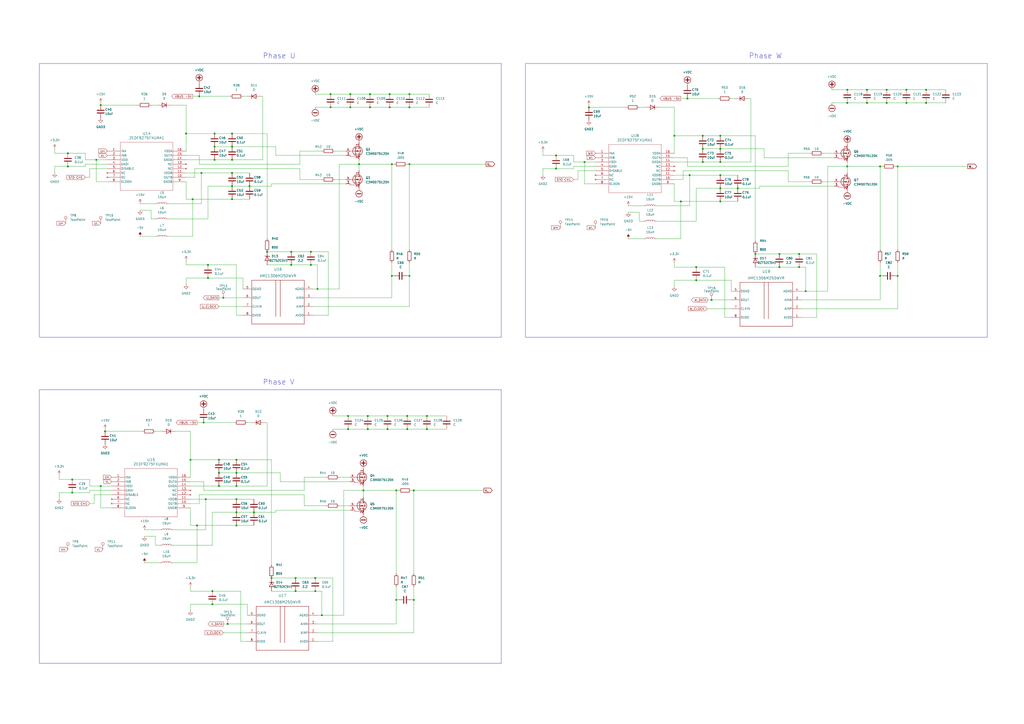
<source format=kicad_sch>
(kicad_sch (version 20231120) (generator "eeschema") (generator_version "8.0")
  (paper "A2")
  (junction (at 213.36 248.92))
  (junction (at 510.54 96.52))
  (junction (at 129.54 172.72))
  (junction (at 403.86 154.94))
  (junction (at 182.88 335.28))
  (junction (at 491.49 96.52))
  (junction (at 537.21 59.69))
  (junction (at 525.78 52.07))
  (junction (at 339.09 93.98))
  (junction (at 417.83 109.22))
  (junction (at 391.16 78.74))
  (junction (at 184.15 167.64))
  (junction (at 137.16 266.7))
  (junction (at 144.78 107.95))
  (junction (at 398.78 57.15))
  (junction (at 120.65 161.29))
  (junction (at 520.7 160.02))
  (junction (at 134.62 77.47))
  (junction (at 114.3 304.8))
  (junction (at 39.37 88.9))
  (junction (at 124.46 85.09))
  (junction (at 236.22 248.92))
  (junction (at 134.62 92.71))
  (junction (at 41.91 285.75))
  (junction (at 124.46 77.47))
  (junction (at 119.38 289.56))
  (junction (at 201.93 248.92))
  (junction (at 41.91 278.13))
  (junction (at 394.97 116.84))
  (junction (at 227.33 160.02))
  (junction (at 116.84 100.33))
  (junction (at 137.16 297.18))
  (junction (at 186.69 356.87))
  (junction (at 137.16 304.8))
  (junction (at 229.87 347.98))
  (junction (at 407.67 93.98))
  (junction (at 157.48 335.28))
  (junction (at 407.67 86.36))
  (junction (at 154.94 146.05))
  (junction (at 147.32 297.18))
  (junction (at 191.77 54.61))
  (junction (at 120.65 153.67))
  (junction (at 467.36 168.91))
  (junction (at 491.49 52.07))
  (junction (at 201.93 241.3))
  (junction (at 111.76 115.57))
  (junction (at 237.49 95.25))
  (junction (at 341.63 62.23))
  (junction (at 213.36 241.3))
  (junction (at 60.96 250.19))
  (junction (at 180.34 153.67))
  (junction (at 134.62 115.57))
  (junction (at 171.45 342.9))
  (junction (at 224.79 241.3))
  (junction (at 510.54 160.02))
  (junction (at 417.83 116.84))
  (junction (at 123.19 342.9))
  (junction (at 134.62 85.09))
  (junction (at 452.12 147.32))
  (junction (at 118.11 245.11))
  (junction (at 208.28 95.25))
  (junction (at 137.16 281.94))
  (junction (at 180.34 146.05))
  (junction (at 514.35 52.07))
  (junction (at 58.42 281.94))
  (junction (at 417.83 101.6))
  (junction (at 322.58 97.79))
  (junction (at 39.37 96.52))
  (junction (at 203.2 54.61))
  (junction (at 403.86 162.56))
  (junction (at 452.12 154.94))
  (junction (at 191.77 62.23))
  (junction (at 137.16 289.56))
  (junction (at 127 281.94))
  (junction (at 237.49 54.61))
  (junction (at 514.35 59.69))
  (junction (at 203.2 62.23))
  (junction (at 107.95 77.47))
  (junction (at 58.42 60.96))
  (junction (at 110.49 266.7))
  (junction (at 132.08 361.95))
  (junction (at 171.45 335.28))
  (junction (at 417.83 93.98))
  (junction (at 134.62 100.33))
  (junction (at 525.78 59.69))
  (junction (at 229.87 284.48))
  (junction (at 168.91 146.05))
  (junction (at 214.63 54.61))
  (junction (at 55.88 92.71))
  (junction (at 438.15 147.32))
  (junction (at 210.82 284.48))
  (junction (at 247.65 241.3))
  (junction (at 322.58 90.17))
  (junction (at 537.21 52.07))
  (junction (at 182.88 342.9))
  (junction (at 463.55 154.94))
  (junction (at 115.57 55.88))
  (junction (at 226.06 54.61))
  (junction (at 520.7 96.52))
  (junction (at 240.03 347.98))
  (junction (at 427.99 109.22))
  (junction (at 224.79 248.92))
  (junction (at 123.19 350.52))
  (junction (at 137.16 274.32))
  (junction (at 236.22 241.3))
  (junction (at 240.03 284.48))
  (junction (at 417.83 86.36))
  (junction (at 134.62 107.95))
  (junction (at 463.55 147.32))
  (junction (at 124.46 92.71))
  (junction (at 491.49 59.69))
  (junction (at 226.06 62.23))
  (junction (at 127 266.7))
  (junction (at 168.91 153.67))
  (junction (at 417.83 78.74))
  (junction (at 502.92 52.07))
  (junction (at 214.63 62.23))
  (junction (at 407.67 78.74))
  (junction (at 247.65 248.92))
  (junction (at 227.33 95.25))
  (junction (at 237.49 62.23))
  (junction (at 400.05 101.6))
  (junction (at 502.92 59.69))
  (junction (at 237.49 160.02))
  (junction (at 412.75 173.99))
  (junction (at 127 274.32))
  (wire (pts (xy 394.97 57.15) (xy 398.78 57.15)))
  (wire (pts (xy 137.16 297.18) (xy 147.32 297.18)))
  (wire (pts (xy 129.54 367.03) (xy 143.51 367.03)))
  (wire (pts (xy 157.48 266.7) (xy 157.48 327.66)))
  (wire (pts (xy 510.54 173.99) (xy 510.54 160.02)))
  (wire (pts (xy 213.36 248.92) (xy 224.79 248.92)))
  (wire (pts (xy 210.82 281.94) (xy 210.82 284.48)))
  (wire (pts (xy 162.56 274.32) (xy 137.16 274.32)))
  (wire (pts (xy 247.65 241.3) (xy 259.08 241.3)))
  (wire (pts (xy 229.87 347.98) (xy 229.87 340.36)))
  (wire (pts (xy 52.07 102.87) (xy 52.07 97.79)))
  (wire (pts (xy 120.65 161.29) (xy 140.97 161.29)))
  (wire (pts (xy 237.49 152.4) (xy 237.49 160.02)))
  (wire (pts (xy 110.49 292.1) (xy 115.57 292.1)))
  (wire (pts (xy 236.22 241.3) (xy 247.65 241.3)))
  (wire (pts (xy 240.03 347.98) (xy 240.03 367.03)))
  (wire (pts (xy 391.16 101.6) (xy 400.05 101.6)))
  (wire (pts (xy 123.19 316.23) (xy 123.19 297.18)))
  (wire (pts (xy 153.67 245.11) (xy 154.94 245.11)))
  (wire (pts (xy 181.61 167.64) (xy 184.15 167.64)))
  (wire (pts (xy 370.84 128.27) (xy 373.38 128.27)))
  (wire (pts (xy 464.82 173.99) (xy 510.54 173.99)))
  (wire (pts (xy 137.16 274.32) (xy 127 274.32)))
  (wire (pts (xy 52.07 278.13) (xy 41.91 278.13)))
  (wire (pts (xy 160.02 85.09) (xy 134.62 85.09)))
  (wire (pts (xy 210.82 284.48) (xy 229.87 284.48)))
  (wire (pts (xy 240.03 340.36) (xy 240.03 347.98)))
  (wire (pts (xy 184.15 167.64) (xy 196.85 167.64)))
  (wire (pts (xy 182.88 62.23) (xy 191.77 62.23)))
  (wire (pts (xy 116.84 100.33) (xy 134.62 100.33)))
  (wire (pts (xy 391.16 116.84) (xy 394.97 116.84)))
  (wire (pts (xy 137.16 182.88) (xy 137.16 153.67)))
  (wire (pts (xy 97.79 127) (xy 120.65 127)))
  (wire (pts (xy 314.96 87.63) (xy 314.96 90.17)))
  (wire (pts (xy 247.65 248.92) (xy 259.08 248.92)))
  (wire (pts (xy 120.65 107.95) (xy 134.62 107.95)))
  (wire (pts (xy 157.48 266.7) (xy 137.16 266.7)))
  (wire (pts (xy 440.69 107.95) (xy 483.87 107.95)))
  (wire (pts (xy 116.84 118.11) (xy 116.84 100.33)))
  (wire (pts (xy 332.74 97.79) (xy 322.58 97.79)))
  (wire (pts (xy 213.36 241.3) (xy 224.79 241.3)))
  (wire (pts (xy 107.95 153.67) (xy 120.65 153.67)))
  (wire (pts (xy 407.67 78.74) (xy 417.83 78.74)))
  (wire (pts (xy 519.43 160.02) (xy 520.7 160.02)))
  (wire (pts (xy 107.95 151.13) (xy 107.95 153.67)))
  (wire (pts (xy 171.45 335.28) (xy 157.48 335.28)))
  (wire (pts (xy 229.87 284.48) (xy 231.14 284.48)))
  (wire (pts (xy 41.91 285.75) (xy 34.29 285.75)))
  (wire (pts (xy 107.95 92.71) (xy 124.46 92.71)))
  (wire (pts (xy 457.2 99.06) (xy 457.2 105.41)))
  (wire (pts (xy 339.09 106.68) (xy 339.09 93.98)))
  (wire (pts (xy 101.6 250.19) (xy 110.49 250.19)))
  (wire (pts (xy 398.78 57.15) (xy 416.56 57.15)))
  (wire (pts (xy 194.31 87.63) (xy 200.66 87.63)))
  (wire (pts (xy 477.52 88.9) (xy 483.87 88.9)))
  (wire (pts (xy 332.74 93.98) (xy 332.74 90.17)))
  (wire (pts (xy 184.15 153.67) (xy 184.15 167.64)))
  (wire (pts (xy 54.61 287.02) (xy 64.77 287.02)))
  (wire (pts (xy 147.32 297.18) (xy 160.02 297.18)))
  (wire (pts (xy 143.51 356.87) (xy 143.51 350.52)))
  (wire (pts (xy 157.48 342.9) (xy 171.45 342.9)))
  (wire (pts (xy 410.21 179.07) (xy 424.18 179.07)))
  (wire (pts (xy 520.7 152.4) (xy 520.7 160.02)))
  (wire (pts (xy 434.34 57.15) (xy 435.61 57.15)))
  (wire (pts (xy 157.48 107.95) (xy 157.48 106.68)))
  (wire (pts (xy 154.94 153.67) (xy 168.91 153.67)))
  (wire (pts (xy 154.94 77.47) (xy 134.62 77.47)))
  (wire (pts (xy 238.76 347.98) (xy 240.03 347.98)))
  (wire (pts (xy 171.45 335.28) (xy 182.88 335.28)))
  (wire (pts (xy 464.82 184.15) (xy 473.71 184.15)))
  (wire (pts (xy 537.21 59.69) (xy 548.64 59.69)))
  (wire (pts (xy 107.95 90.17) (xy 115.57 90.17)))
  (wire (pts (xy 151.13 55.88) (xy 152.4 55.88)))
  (wire (pts (xy 90.17 316.23) (xy 92.71 316.23)))
  (wire (pts (xy 107.95 161.29) (xy 107.95 165.1)))
  (wire (pts (xy 100.33 316.23) (xy 123.19 316.23)))
  (wire (pts (xy 113.03 97.79) (xy 173.99 97.79)))
  (wire (pts (xy 171.45 342.9) (xy 182.88 342.9)))
  (wire (pts (xy 115.57 287.02) (xy 176.53 287.02)))
  (wire (pts (xy 62.23 92.71) (xy 55.88 92.71)))
  (wire (pts (xy 525.78 52.07) (xy 537.21 52.07)))
  (wire (pts (xy 391.16 88.9) (xy 391.16 78.74)))
  (wire (pts (xy 537.21 52.07) (xy 548.64 52.07)))
  (wire (pts (xy 49.53 92.71) (xy 49.53 88.9)))
  (wire (pts (xy 115.57 55.88) (xy 133.35 55.88)))
  (wire (pts (xy 111.76 115.57) (xy 111.76 137.16)))
  (wire (pts (xy 237.49 95.25) (xy 237.49 144.78)))
  (wire (pts (xy 118.11 245.11) (xy 135.89 245.11)))
  (wire (pts (xy 391.16 93.98) (xy 407.67 93.98)))
  (wire (pts (xy 107.95 115.57) (xy 111.76 115.57)))
  (wire (pts (xy 115.57 95.25) (xy 173.99 95.25)))
  (wire (pts (xy 58.42 60.96) (xy 80.01 60.96)))
  (wire (pts (xy 407.67 93.98) (xy 417.83 93.98)))
  (wire (pts (xy 160.02 90.17) (xy 200.66 90.17)))
  (wire (pts (xy 31.75 88.9) (xy 39.37 88.9)))
  (wire (pts (xy 237.49 95.25) (xy 281.94 95.25)))
  (wire (pts (xy 240.03 284.48) (xy 240.03 332.74)))
  (wire (pts (xy 83.82 307.34) (xy 92.71 307.34)))
  (wire (pts (xy 227.33 95.25) (xy 228.6 95.25)))
  (wire (pts (xy 473.71 147.32) (xy 463.55 147.32)))
  (wire (pts (xy 190.5 146.05) (xy 190.5 182.88)))
  (wire (pts (xy 58.42 59.69) (xy 58.42 60.96)))
  (wire (pts (xy 214.63 62.23) (xy 226.06 62.23)))
  (wire (pts (xy 208.28 92.71) (xy 208.28 95.25)))
  (wire (pts (xy 502.92 52.07) (xy 514.35 52.07)))
  (wire (pts (xy 49.53 88.9) (xy 39.37 88.9)))
  (wire (pts (xy 173.99 87.63) (xy 186.69 87.63)))
  (wire (pts (xy 184.15 356.87) (xy 186.69 356.87)))
  (wire (pts (xy 114.3 245.11) (xy 118.11 245.11)))
  (wire (pts (xy 52.07 292.1) (xy 54.61 292.1)))
  (wire (pts (xy 87.63 127) (xy 87.63 121.92)))
  (wire (pts (xy 391.16 162.56) (xy 391.16 166.37)))
  (wire (pts (xy 196.85 95.25) (xy 208.28 95.25)))
  (wire (pts (xy 438.15 154.94) (xy 452.12 154.94)))
  (wire (pts (xy 208.28 95.25) (xy 227.33 95.25)))
  (wire (pts (xy 427.99 109.22) (xy 440.69 109.22)))
  (wire (pts (xy 322.58 97.79) (xy 314.96 97.79)))
  (wire (pts (xy 162.56 279.4) (xy 203.2 279.4)))
  (wire (pts (xy 452.12 147.32) (xy 438.15 147.32)))
  (wire (pts (xy 341.63 60.96) (xy 341.63 62.23)))
  (wire (pts (xy 110.49 350.52) (xy 110.49 354.33)))
  (wire (pts (xy 182.88 54.61) (xy 191.77 54.61)))
  (wire (pts (xy 345.44 106.68) (xy 339.09 106.68)))
  (wire (pts (xy 443.23 91.44) (xy 443.23 86.36)))
  (wire (pts (xy 345.44 96.52) (xy 332.74 96.52)))
  (wire (pts (xy 236.22 160.02) (xy 237.49 160.02)))
  (wire (pts (xy 201.93 248.92) (xy 213.36 248.92)))
  (wire (pts (xy 502.92 59.69) (xy 514.35 59.69)))
  (wire (pts (xy 370.84 62.23) (xy 374.65 62.23)))
  (wire (pts (xy 55.88 105.41) (xy 55.88 92.71)))
  (wire (pts (xy 173.99 104.14) (xy 186.69 104.14)))
  (wire (pts (xy 237.49 160.02) (xy 237.49 177.8)))
  (wire (pts (xy 520.7 96.52) (xy 520.7 144.78)))
  (wire (pts (xy 193.04 335.28) (xy 182.88 335.28)))
  (wire (pts (xy 396.24 99.06) (xy 457.2 99.06)))
  (wire (pts (xy 168.91 146.05) (xy 154.94 146.05)))
  (wire (pts (xy 123.19 297.18) (xy 137.16 297.18)))
  (wire (pts (xy 107.95 102.87) (xy 113.03 102.87)))
  (wire (pts (xy 110.49 281.94) (xy 127 281.94)))
  (wire (pts (xy 120.65 153.67) (xy 137.16 153.67)))
  (wire (pts (xy 107.95 60.96) (xy 107.95 77.47)))
  (wire (pts (xy 31.75 86.36) (xy 31.75 88.9)))
  (wire (pts (xy 391.16 78.74) (xy 407.67 78.74)))
  (wire (pts (xy 457.2 88.9) (xy 469.9 88.9)))
  (wire (pts (xy 210.82 284.48) (xy 210.82 288.29)))
  (wire (pts (xy 420.37 184.15) (xy 420.37 154.94)))
  (wire (pts (xy 127 172.72) (xy 129.54 172.72)))
  (wire (pts (xy 196.85 167.64) (xy 196.85 95.25)))
  (wire (pts (xy 180.34 153.67) (xy 184.15 153.67)))
  (wire (pts (xy 417.83 101.6) (xy 427.99 101.6)))
  (wire (pts (xy 118.11 284.48) (xy 176.53 284.48)))
  (wire (pts (xy 226.06 62.23) (xy 237.49 62.23)))
  (wire (pts (xy 134.62 100.33) (xy 144.78 100.33)))
  (wire (pts (xy 452.12 154.94) (xy 463.55 154.94)))
  (wire (pts (xy 168.91 153.67) (xy 180.34 153.67)))
  (wire (pts (xy 184.15 367.03) (xy 240.03 367.03)))
  (wire (pts (xy 314.96 90.17) (xy 322.58 90.17)))
  (wire (pts (xy 335.28 104.14) (xy 335.28 99.06)))
  (wire (pts (xy 139.7 372.11) (xy 139.7 342.9)))
  (wire (pts (xy 510.54 160.02) (xy 511.81 160.02)))
  (wire (pts (xy 144.78 107.95) (xy 157.48 107.95)))
  (wire (pts (xy 237.49 54.61) (xy 248.92 54.61)))
  (wire (pts (xy 435.61 57.15) (xy 435.61 93.98)))
  (wire (pts (xy 152.4 92.71) (xy 134.62 92.71)))
  (wire (pts (xy 114.3 304.8) (xy 114.3 326.39)))
  (wire (pts (xy 111.76 55.88) (xy 115.57 55.88)))
  (wire (pts (xy 391.16 152.4) (xy 391.16 154.94)))
  (wire (pts (xy 199.39 284.48) (xy 210.82 284.48)))
  (wire (pts (xy 199.39 356.87) (xy 199.39 284.48)))
  (wire (pts (xy 314.96 97.79) (xy 314.96 101.6)))
  (wire (pts (xy 332.74 90.17) (xy 322.58 90.17)))
  (wire (pts (xy 113.03 102.87) (xy 113.03 97.79)))
  (wire (pts (xy 398.78 91.44) (xy 398.78 96.52)))
  (wire (pts (xy 229.87 361.95) (xy 229.87 347.98)))
  (wire (pts (xy 87.63 127) (xy 90.17 127)))
  (wire (pts (xy 236.22 248.92) (xy 247.65 248.92)))
  (wire (pts (xy 398.78 96.52) (xy 457.2 96.52)))
  (wire (pts (xy 514.35 52.07) (xy 525.78 52.07)))
  (wire (pts (xy 186.69 356.87) (xy 199.39 356.87)))
  (wire (pts (xy 480.06 96.52) (xy 491.49 96.52)))
  (wire (pts (xy 143.51 245.11) (xy 146.05 245.11)))
  (wire (pts (xy 424.18 184.15) (xy 420.37 184.15)))
  (wire (pts (xy 134.62 115.57) (xy 144.78 115.57)))
  (wire (pts (xy 90.17 311.15) (xy 83.82 311.15)))
  (wire (pts (xy 190.5 146.05) (xy 180.34 146.05)))
  (wire (pts (xy 391.16 154.94) (xy 403.86 154.94)))
  (wire (pts (xy 110.49 276.86) (xy 110.49 266.7)))
  (wire (pts (xy 137.16 289.56) (xy 147.32 289.56)))
  (wire (pts (xy 134.62 107.95) (xy 144.78 107.95)))
  (wire (pts (xy 107.95 87.63) (xy 107.95 77.47)))
  (wire (pts (xy 157.48 106.68) (xy 200.66 106.68)))
  (wire (pts (xy 52.07 285.75) (xy 41.91 285.75)))
  (wire (pts (xy 181.61 182.88) (xy 190.5 182.88)))
  (wire (pts (xy 482.6 59.69) (xy 491.49 59.69)))
  (wire (pts (xy 491.49 59.69) (xy 502.92 59.69)))
  (wire (pts (xy 176.53 287.02) (xy 176.53 293.37)))
  (wire (pts (xy 510.54 96.52) (xy 511.81 96.52)))
  (wire (pts (xy 119.38 307.34) (xy 119.38 289.56)))
  (wire (pts (xy 394.97 116.84) (xy 417.83 116.84)))
  (wire (pts (xy 60.96 248.92) (xy 60.96 250.19)))
  (wire (pts (xy 49.53 102.87) (xy 52.07 102.87)))
  (wire (pts (xy 100.33 326.39) (xy 114.3 326.39)))
  (wire (pts (xy 110.49 350.52) (xy 123.19 350.52)))
  (wire (pts (xy 203.2 62.23) (xy 214.63 62.23)))
  (wire (pts (xy 410.21 173.99) (xy 412.75 173.99)))
  (wire (pts (xy 464.82 168.91) (xy 467.36 168.91)))
  (wire (pts (xy 152.4 55.88) (xy 152.4 92.71)))
  (wire (pts (xy 381 128.27) (xy 403.86 128.27)))
  (wire (pts (xy 134.62 85.09) (xy 124.46 85.09)))
  (wire (pts (xy 62.23 95.25) (xy 49.53 95.25)))
  (wire (pts (xy 332.74 96.52) (xy 332.74 97.79)))
  (wire (pts (xy 203.2 54.61) (xy 214.63 54.61)))
  (wire (pts (xy 60.96 250.19) (xy 82.55 250.19)))
  (wire (pts (xy 97.79 118.11) (xy 116.84 118.11)))
  (wire (pts (xy 382.27 62.23) (xy 391.16 62.23)))
  (wire (pts (xy 111.76 115.57) (xy 134.62 115.57)))
  (wire (pts (xy 55.88 92.71) (xy 49.53 92.71)))
  (wire (pts (xy 403.86 128.27) (xy 403.86 109.22)))
  (wire (pts (xy 364.49 138.43) (xy 373.38 138.43)))
  (wire (pts (xy 64.77 294.64) (xy 58.42 294.64)))
  (wire (pts (xy 196.85 276.86) (xy 203.2 276.86)))
  (wire (pts (xy 400.05 119.38) (xy 400.05 101.6)))
  (wire (pts (xy 173.99 97.79) (xy 173.99 104.14)))
  (wire (pts (xy 452.12 147.32) (xy 463.55 147.32)))
  (wire (pts (xy 173.99 95.25) (xy 173.99 87.63)))
  (wire (pts (xy 417.83 116.84) (xy 427.99 116.84)))
  (wire (pts (xy 345.44 93.98) (xy 339.09 93.98)))
  (wire (pts (xy 227.33 160.02) (xy 227.33 152.4)))
  (wire (pts (xy 391.16 91.44) (xy 398.78 91.44)))
  (wire (pts (xy 123.19 342.9) (xy 139.7 342.9)))
  (wire (pts (xy 114.3 304.8) (xy 137.16 304.8)))
  (wire (pts (xy 403.86 154.94) (xy 420.37 154.94)))
  (wire (pts (xy 100.33 307.34) (xy 119.38 307.34)))
  (wire (pts (xy 226.06 54.61) (xy 237.49 54.61)))
  (wire (pts (xy 229.87 347.98) (xy 231.14 347.98)))
  (wire (pts (xy 370.84 123.19) (xy 364.49 123.19)))
  (wire (pts (xy 464.82 179.07) (xy 520.7 179.07)))
  (wire (pts (xy 181.61 177.8) (xy 237.49 177.8)))
  (wire (pts (xy 90.17 316.23) (xy 90.17 311.15)))
  (wire (pts (xy 525.78 59.69) (xy 537.21 59.69)))
  (wire (pts (xy 52.07 97.79) (xy 62.23 97.79)))
  (wire (pts (xy 87.63 121.92) (xy 81.28 121.92)))
  (wire (pts (xy 58.42 294.64) (xy 58.42 281.94)))
  (wire (pts (xy 90.17 250.19) (xy 93.98 250.19)))
  (wire (pts (xy 110.49 342.9) (xy 123.19 342.9)))
  (wire (pts (xy 58.42 281.94) (xy 52.07 281.94)))
  (wire (pts (xy 227.33 95.25) (xy 227.33 144.78)))
  (wire (pts (xy 39.37 96.52) (xy 31.75 96.52)))
  (wire (pts (xy 127 281.94) (xy 137.16 281.94)))
  (wire (pts (xy 440.69 109.22) (xy 440.69 107.95)))
  (wire (pts (xy 34.29 275.59) (xy 34.29 278.13)))
  (wire (pts (xy 110.49 340.36) (xy 110.49 342.9)))
  (wire (pts (xy 83.82 326.39) (xy 92.71 326.39)))
  (wire (pts (xy 64.77 284.48) (xy 52.07 284.48)))
  (wire (pts (xy 391.16 104.14) (xy 396.24 104.14)))
  (wire (pts (xy 49.53 96.52) (xy 39.37 96.52)))
  (wire (pts (xy 81.28 137.16) (xy 90.17 137.16)))
  (wire (pts (xy 168.91 146.05) (xy 180.34 146.05)))
  (wire (pts (xy 154.94 281.94) (xy 137.16 281.94)))
  (wire (pts (xy 140.97 182.88) (xy 137.16 182.88)))
  (wire (pts (xy 124.46 77.47) (xy 134.62 77.47)))
  (wire (pts (xy 191.77 62.23) (xy 203.2 62.23)))
  (wire (pts (xy 140.97 167.64) (xy 140.97 161.29)))
  (wire (pts (xy 107.95 100.33) (xy 116.84 100.33)))
  (wire (pts (xy 520.7 160.02) (xy 520.7 179.07)))
  (wire (pts (xy 184.15 372.11) (xy 193.04 372.11)))
  (wire (pts (xy 403.86 162.56) (xy 424.18 162.56)))
  (wire (pts (xy 160.02 90.17) (xy 160.02 85.09)))
  (wire (pts (xy 391.16 162.56) (xy 403.86 162.56)))
  (wire (pts (xy 438.15 78.74) (xy 438.15 139.7)))
  (wire (pts (xy 491.49 96.52) (xy 510.54 96.52)))
  (wire (pts (xy 412.75 173.99) (xy 424.18 173.99)))
  (wire (pts (xy 160.02 297.18) (xy 160.02 295.91)))
  (wire (pts (xy 443.23 86.36) (xy 417.83 86.36)))
  (wire (pts (xy 115.57 292.1) (xy 115.57 287.02)))
  (wire (pts (xy 519.43 96.52) (xy 520.7 96.52)))
  (wire (pts (xy 403.86 109.22) (xy 417.83 109.22)))
  (wire (pts (xy 123.19 350.52) (xy 143.51 350.52)))
  (wire (pts (xy 196.85 293.37) (xy 203.2 293.37)))
  (wire (pts (xy 224.79 248.92) (xy 236.22 248.92)))
  (wire (pts (xy 127 266.7) (xy 137.16 266.7)))
  (wire (pts (xy 162.56 279.4) (xy 162.56 274.32)))
  (wire (pts (xy 62.23 105.41) (xy 55.88 105.41)))
  (wire (pts (xy 229.87 332.74) (xy 229.87 284.48)))
  (wire (pts (xy 208.28 95.25) (xy 208.28 99.06)))
  (wire (pts (xy 193.04 241.3) (xy 201.93 241.3)))
  (wire (pts (xy 381 138.43) (xy 394.97 138.43)))
  (wire (pts (xy 176.53 276.86) (xy 189.23 276.86)))
  (wire (pts (xy 491.49 52.07) (xy 502.92 52.07)))
  (wire (pts (xy 391.16 106.68) (xy 391.16 116.84)))
  (wire (pts (xy 181.61 172.72) (xy 227.33 172.72)))
  (wire (pts (xy 31.75 96.52) (xy 31.75 100.33)))
  (wire (pts (xy 236.22 95.25) (xy 237.49 95.25)))
  (wire (pts (xy 118.11 279.4) (xy 118.11 284.48)))
  (wire (pts (xy 110.49 294.64) (xy 110.49 304.8)))
  (wire (pts (xy 463.55 154.94) (xy 467.36 154.94)))
  (wire (pts (xy 224.79 241.3) (xy 236.22 241.3)))
  (wire (pts (xy 110.49 266.7) (xy 127 266.7)))
  (wire (pts (xy 364.49 119.38) (xy 373.38 119.38)))
  (wire (pts (xy 514.35 59.69) (xy 525.78 59.69)))
  (wire (pts (xy 370.84 128.27) (xy 370.84 123.19)))
  (wire (pts (xy 107.95 105.41) (xy 107.95 115.57)))
  (wire (pts (xy 480.06 168.91) (xy 480.06 96.52)))
  (wire (pts (xy 332.74 104.14) (xy 335.28 104.14)))
  (wire (pts (xy 184.15 361.95) (xy 229.87 361.95)))
  (wire (pts (xy 132.08 361.95) (xy 143.51 361.95)))
  (wire (pts (xy 34.29 285.75) (xy 34.29 289.56)))
  (wire (pts (xy 129.54 361.95) (xy 132.08 361.95)))
  (wire (pts (xy 110.49 289.56) (xy 119.38 289.56)))
  (wire (pts (xy 443.23 91.44) (xy 483.87 91.44)))
  (wire (pts (xy 457.2 96.52) (xy 457.2 88.9)))
  (wire (pts (xy 140.97 55.88) (xy 143.51 55.88)))
  (wire (pts (xy 191.77 54.61) (xy 203.2 54.61)))
  (wire (pts (xy 341.63 62.23) (xy 363.22 62.23)))
  (wire (pts (xy 182.88 342.9) (xy 186.69 342.9)))
  (wire (pts (xy 193.04 335.28) (xy 193.04 372.11)))
  (wire (pts (xy 186.69 342.9) (xy 186.69 356.87)))
  (wire (pts (xy 467.36 168.91) (xy 480.06 168.91)))
  (wire (pts (xy 482.6 52.07) (xy 491.49 52.07)))
  (wire (pts (xy 520.7 96.52) (xy 561.34 96.52)))
  (wire (pts (xy 52.07 284.48) (xy 52.07 285.75)))
  (wire (pts (xy 400.05 101.6) (xy 417.83 101.6)))
  (wire (pts (xy 143.51 372.11) (xy 139.7 372.11)))
  (wire (pts (xy 424.18 57.15) (xy 426.72 57.15)))
  (wire (pts (xy 193.04 248.92) (xy 201.93 248.92)))
  (wire (pts (xy 97.79 137.16) (xy 111.76 137.16)))
  (wire (pts (xy 119.38 289.56) (xy 137.16 289.56)))
  (wire (pts (xy 396.24 104.14) (xy 396.24 99.06)))
  (wire (pts (xy 81.28 118.11) (xy 90.17 118.11)))
  (wire (pts (xy 391.16 62.23) (xy 391.16 78.74)))
  (wire (pts (xy 227.33 160.02) (xy 228.6 160.02)))
  (wire (pts (xy 201.93 241.3) (xy 213.36 241.3)))
  (wire (pts (xy 120.65 127) (xy 120.65 107.95)))
  (wire (pts (xy 491.49 93.98) (xy 491.49 96.52)))
  (wire (pts (xy 339.09 93.98) (xy 332.74 93.98)))
  (wire (pts (xy 435.61 93.98) (xy 417.83 93.98)))
  (wire (pts (xy 137.16 304.8) (xy 147.32 304.8)))
  (wire (pts (xy 194.31 104.14) (xy 200.66 104.14)))
  (wire (pts (xy 154.94 77.47) (xy 154.94 138.43)))
  (wire (pts (xy 52.07 281.94) (xy 52.07 278.13)))
  (wire (pts (xy 417.83 86.36) (xy 407.67 86.36)))
  (wire (pts (xy 491.49 96.52) (xy 491.49 100.33)))
  (wire (pts (xy 457.2 105.41) (xy 469.9 105.41)))
  (wire (pts (xy 107.95 161.29) (xy 120.65 161.29)))
  (wire (pts (xy 417.83 109.22) (xy 427.99 109.22)))
  (wire (pts (xy 99.06 60.96) (xy 107.95 60.96)))
  (wire (pts (xy 381 119.38) (xy 400.05 119.38)))
  (wire (pts (xy 49.53 95.25) (xy 49.53 96.52)))
  (wire (pts (xy 115.57 90.17) (xy 115.57 95.25)))
  (wire (pts (xy 237.49 62.23) (xy 248.92 62.23)))
  (wire (pts (xy 238.76 284.48) (xy 240.03 284.48)))
  (wire (pts (xy 394.97 116.84) (xy 394.97 138.43)))
  (wire (pts (xy 510.54 144.78) (xy 510.54 96.52)))
  (wire (pts (xy 54.61 292.1) (xy 54.61 287.02)))
  (wire (pts (xy 127 177.8) (xy 140.97 177.8)))
  (wire (pts (xy 214.63 54.61) (xy 226.06 54.61)))
  (wire (pts (xy 110.49 304.8) (xy 114.3 304.8)))
  (wire (pts (xy 176.53 284.48) (xy 176.53 276.86)))
  (wire (pts (xy 477.52 105.41) (xy 483.87 105.41)))
  (wire (pts (xy 438.15 78.74) (xy 417.83 78.74)))
  (wire (pts (xy 160.02 295.91) (xy 203.2 295.91)))
  (wire (pts (xy 473.71 147.32) (xy 473.71 184.15)))
  (wire (pts (xy 227.33 172.72) (xy 227.33 160.02)))
  (wire (pts (xy 424.18 168.91) (xy 424.18 162.56)))
  (wire (pts (xy 176.53 293.37) (xy 189.23 293.37)))
  (wire (pts (xy 124.46 92.71) (xy 134.62 92.71)))
  (wire (pts (xy 467.36 154.94) (xy 467.36 168.91)))
  (wire (pts (xy 129.54 172.72) (xy 140.97 172.72)))
  (wire (pts (xy 335.28 99.06) (xy 345.44 99.06)))
  (wire (pts (xy 240.03 284.48) (xy 280.67 284.48)))
  (wire (pts (xy 154.94 245.11) (xy 154.94 281.94)))
  (wire (pts (xy 87.63 60.96) (xy 91.44 60.96)))
  (wire (pts (xy 110.49 279.4) (xy 118.11 279.4)))
  (wire (pts (xy 34.29 278.13) (xy 41.91 278.13)))
  (wire (pts (xy 110.49 250.19) (xy 110.49 266.7)))
  (wire (pts (xy 107.95 77.47) (xy 124.46 77.47)))
  (wire (pts (xy 510.54 160.02) (xy 510.54 152.4)))
  (wire (pts (xy 64.77 281.94) (xy 58.42 281.94)))
  (rectangle (start 22.86 226.06) (end 290.83 384.81))
  (rectangle (start 22.86 36.83) (end 290.83 195.58))
  (rectangle (start 304.8 36.83) (end 572.77 195.58))
  (text "Phase V" (at 152.4 223.52 0) (effects (font (size 3 3)) (justify left bottom)))
  (text "Phase W" (at 434.34 34.29 0) (effects (font (size 3 3)) (justify left bottom)))
  (text "Phase U" (at 152.4 34.29 0) (effects (font (size 3 3)) (justify left bottom)))
  (global_label "WL" (shape input) (at 345.44 91.44 180) (property "Intersheetrefs" "${INTERSHEET_REFS}" (effects (hide yes))))
  (global_label "WL" (shape input) (at 345.44 132.08 180) (property "Intersheetrefs" "${INTERSHEET_REFS}" (effects (hide yes))))
  (global_label "V_" (shape output) (at 280.67 284.48 0) (effects (font (bold yes))) (property "Intersheetrefs" "${INTERSHEET_REFS}" (effects (hide yes))))
  (global_label "U_DATA" (shape output) (at 127 172.72 180) (property "Intersheetrefs" "${INTERSHEET_REFS}" (effects (hide yes))))
  (global_label "STO CH1" (shape input) (at 49.53 102.87 180) (property "Intersheetrefs" "${INTERSHEET_REFS}" (effects (hide yes))))
  (global_label "WH" (shape input) (at 325.12 132.08 180) (property "Intersheetrefs" "${INTERSHEET_REFS}" (effects (hide yes))))
  (global_label "VL" (shape input) (at 64.77 279.4 180) (property "Intersheetrefs" "${INTERSHEET_REFS}" (effects (hide yes))))
  (global_label "VBUS -5V" (shape output) (at 111.76 55.88 180) (property "Intersheetrefs" "${INTERSHEET_REFS}" (effects (hide yes))))
  (global_label "STO CH1" (shape input) (at 332.74 104.14 180) (property "Intersheetrefs" "${INTERSHEET_REFS}" (effects (hide yes))))
  (global_label "VBUS -5V" (shape output) (at 114.3 245.11 180) (property "Intersheetrefs" "${INTERSHEET_REFS}" (effects (hide yes))))
  (global_label "VH" (shape input) (at 64.77 276.86 180) (property "Intersheetrefs" "${INTERSHEET_REFS}" (effects (hide yes))))
  (global_label "W_DATA" (shape output) (at 410.21 173.99 180) (property "Intersheetrefs" "${INTERSHEET_REFS}" (effects (hide yes))))
  (global_label "W_" (shape output) (at 561.34 96.52 0) (effects (font (bold yes))) (property "Intersheetrefs" "${INTERSHEET_REFS}" (effects (hide yes))))
  (global_label "WH" (shape input) (at 345.44 88.9 180) (property "Intersheetrefs" "${INTERSHEET_REFS}" (effects (hide yes))))
  (global_label "VBUS -5V" (shape output) (at 394.97 57.15 180) (property "Intersheetrefs" "${INTERSHEET_REFS}" (effects (hide yes))))
  (global_label "UL" (shape input) (at 58.42 129.54 180) (property "Intersheetrefs" "${INTERSHEET_REFS}" (effects (hide yes))))
  (global_label "W_CLOCK" (shape input) (at 410.21 179.07 180) (property "Intersheetrefs" "${INTERSHEET_REFS}" (effects (hide yes))))
  (global_label "VH" (shape input) (at 39.37 318.77 180) (property "Intersheetrefs" "${INTERSHEET_REFS}" (effects (hide yes))))
  (global_label "V_DATA" (shape output) (at 129.54 361.95 180) (property "Intersheetrefs" "${INTERSHEET_REFS}" (effects (hide yes))))
  (global_label "U_CLOCK" (shape input) (at 127 177.8 180) (property "Intersheetrefs" "${INTERSHEET_REFS}" (effects (hide yes))))
  (global_label "STO CH1" (shape input) (at 52.07 292.1 180) (property "Intersheetrefs" "${INTERSHEET_REFS}" (effects (hide yes))))
  (global_label "UH" (shape input) (at 62.23 87.63 180) (property "Intersheetrefs" "${INTERSHEET_REFS}" (effects (hide yes))))
  (global_label "UL" (shape input) (at 62.23 90.17 180) (property "Intersheetrefs" "${INTERSHEET_REFS}" (effects (hide yes))))
  (global_label "V_CLOCK" (shape input) (at 129.54 367.03 180) (property "Intersheetrefs" "${INTERSHEET_REFS}" (effects (hide yes))))
  (global_label "VL" (shape input) (at 59.69 318.77 180) (property "Intersheetrefs" "${INTERSHEET_REFS}" (effects (hide yes))))
  (global_label "UH" (shape input) (at 38.1 129.54 180) (property "Intersheetrefs" "${INTERSHEET_REFS}" (effects (hide yes))))
  (global_label "U_" (shape output) (at 281.94 95.25 0) (effects (font (bold yes))) (property "Intersheetrefs" "${INTERSHEET_REFS}" (effects (hide yes))))
  (symbol (lib_id "Device:C") (at 214.63 58.42 0) (unit 1)
    (property "Reference" "C109" (at 218.44 57.1499 0) (effects (justify left)))
    (property "Value" "C" (at 218.44 59.6899 0) (effects (justify left)))
    (property "Footprint" "Capacitor_SMD:C_1210_3225Metric" (effects (hide yes)))
    (property "Description" "Unpolarized capacitor" (effects (hide yes)))
  )
  (symbol (lib_id "Device:C") (at 134.62 81.28 0) (unit 1)
    (property "Reference" "C50" (at 137.16 80.01 0) (effects (justify left)))
    (property "Value" "0.1uf" (at 137.16 82.55 0) (effects (justify left)))
    (property "Footprint" "Capacitor_SMD:C_0603_1608Metric" (effects (hide yes)))
  )
  (symbol (lib_id "Device:R") (at 193.04 293.37 90) (unit 1)
    (property "Reference" "R45" (at 189.23 290.83 90) (effects (justify left)))
    (property "Value" "10" (at 194.3099 290.83 90) (effects (justify left)))
    (property "Footprint" "Resistor_SMD:R_1206_3216Metric" (effects (hide yes)))
  )
  (symbol (lib_id "power:+VDC") (at 398.78 49.53 0) (unit 1)
    (property "Reference" "#PWR083" (effects (hide yes)))
    (property "Value" "+VDC" (at 398.78 41.91 0))
  )
  (symbol (lib_id "SiC FET:C3M0075120K") (at 208.28 276.86 0) (unit 1)
    (property "Reference" "Q4" (at 214.63 275.8566 0) (effects (justify left)))
    (property "Value" "C3M0075120K" (at 214.63 278.3966 0) (effects (justify left)))
    (property "Footprint" "footprints:TO-247-4_Horizontal_TabUp" (effects (hide yes)))
    (property "Datasheet" "https://www.wolfspeed.com/media/downloads/959/c3m0075120k.pdf" (effects (hide yes)))
  )
  (symbol (lib_id "Device:R") (at 193.04 276.86 90) (unit 1)
    (property "Reference" "R44" (at 189.23 274.32 90) (effects (justify left)))
    (property "Value" "10" (at 194.3099 274.32 90) (effects (justify left)))
    (property "Footprint" "Resistor_SMD:R_1206_3216Metric" (effects (hide yes)))
  )
  (symbol (lib_id "Device:D") (at 147.32 55.88 0) (unit 1)
    (property "Reference" "D11" (at 147.32 49.53 0))
    (property "Value" "D" (at 147.32 52.07 0))
    (property "Footprint" "Diode_SMD:D_SMB" (effects (hide yes)))
    (property "Sim.Device" "D" (effects (hide yes)))
    (property "Sim.Pins" "1=K 2=A" (effects (hide yes)))
  )
  (symbol (lib_id "power:+VDC") (at 210.82 271.78 0) (unit 1)
    (property "Reference" "#PWR072" (effects (hide yes)))
    (property "Value" "+VDC" (at 210.82 264.16 0))
  )
  (symbol (lib_id "Device:R") (at 139.7 245.11 90) (unit 1)
    (property "Reference" "R39" (at 139.7 238.76 90))
    (property "Value" "1" (at 139.7 241.3 90))
    (property "Footprint" "Resistor_SMD:R_0805_2012Metric" (effects (hide yes)))
  )
  (symbol (lib_id "Device:C") (at 180.34 149.86 0) (unit 1)
    (property "Reference" "C64" (at 184.15 148.5899 0) (effects (justify left)))
    (property "Value" "0.1uf" (at 184.15 151.1299 0) (effects (justify left)))
    (property "Footprint" "Capacitor_SMD:C_0603_1608Metric" (effects (hide yes)))
  )
  (symbol (lib_id "Device:D_Zener") (at 154.94 149.86 270) (unit 1)
    (property "Reference" "D13" (at 157.48 148.59 90) (effects (justify left)))
    (property "Value" "BZT52C5V1" (at 156.21 151.13 90) (effects (justify left)))
    (property "Footprint" "Diode_SMD:D_SOD-123" (effects (hide yes)))
  )
  (symbol (lib_id "Device:C") (at 403.86 158.75 0) (unit 1)
    (property "Reference" "C71" (at 407.67 157.4799 0) (effects (justify left)))
    (property "Value" "0.1uf" (at 407.67 160.0199 0) (effects (justify left)))
    (property "Footprint" "Capacitor_SMD:C_0603_1608Metric" (effects (hide yes)))
  )
  (symbol (lib_id "Device:C") (at 407.67 82.55 0) (unit 1)
    (property "Reference" "C72" (at 410.21 81.28 0) (effects (justify left)))
    (property "Value" "10uf" (at 410.21 83.82 0) (effects (justify left)))
    (property "Footprint" "Capacitor_SMD:C_0805_2012Metric" (effects (hide yes)))
  )
  (symbol (lib_id "Device:C") (at 137.16 270.51 0) (unit 1)
    (property "Reference" "C54" (at 139.7 269.24 0) (effects (justify left)))
    (property "Value" "0.1uf" (at 139.7 271.78 0) (effects (justify left)))
    (property "Footprint" "Capacitor_SMD:C_0603_1608Metric" (effects (hide yes)))
  )
  (symbol (lib_id "Device:C") (at 201.93 245.11 0) (unit 1)
    (property "Reference" "C124" (at 205.74 243.8399 0) (effects (justify left)))
    (property "Value" "C" (at 205.74 246.3799 0) (effects (justify left)))
    (property "Footprint" "Capacitor_SMD:C_1210_3225Metric" (effects (hide yes)))
    (property "Description" "Unpolarized capacitor" (effects (hide yes)))
  )
  (symbol (lib_id "Device:C") (at 515.62 160.02 90) (unit 1)
    (property "Reference" "C82" (at 515.62 152.4 90))
    (property "Value" "C" (at 515.62 154.94 90))
    (property "Footprint" "Capacitor_SMD:C_0603_1608Metric" (effects (hide yes)))
  )
  (symbol (lib_id "Device:C") (at 124.46 81.28 0) (unit 1)
    (property "Reference" "C46" (at 127 80.01 0) (effects (justify left)))
    (property "Value" "10uf" (at 127 82.55 0) (effects (justify left)))
    (property "Footprint" "Capacitor_SMD:C_0805_2012Metric" (effects (hide yes)))
  )
  (symbol (lib_id "Device:C") (at 525.78 55.88 0) (unit 1)
    (property "Reference" "C121" (at 529.59 54.6099 0) (effects (justify left)))
    (property "Value" "C" (at 529.59 57.1499 0) (effects (justify left)))
    (property "Footprint" "Capacitor_SMD:C_1210_3225Metric" (effects (hide yes)))
    (property "Description" "Unpolarized capacitor" (effects (hide yes)))
  )
  (symbol (lib_id "Device:R") (at 515.62 96.52 90) (unit 1)
    (property "Reference" "R58" (at 515.62 90.17 90))
    (property "Value" ".005" (at 515.62 92.71 90))
    (property "Footprint" "footprints:RES_HCSM2818_STP" (effects (hide yes)))
  )
  (symbol (lib_id "power:-5V") (at 81.28 137.16 0) (unit 1)
    (property "Reference" "#PWR060" (effects (hide yes)))
    (property "Value" "-5V" (at 81.28 132.08 0))
  )
  (symbol (lib_id "power:-VDC") (at 210.82 298.45 180) (unit 1)
    (property "Reference" "#PWR073" (effects (hide yes)))
    (property "Value" "-VDC" (at 210.82 306.07 0))
  )
  (symbol (lib_id "Device:R") (at 232.41 95.25 90) (unit 1)
    (property "Reference" "R48" (at 232.41 88.9 90))
    (property "Value" ".005" (at 232.41 91.44 90))
    (property "Footprint" "footprints:RES_HCSM2818_STP" (effects (hide yes)))
  )
  (symbol (lib_id "power:-5V") (at 83.82 326.39 0) (unit 1)
    (property "Reference" "#PWR063" (effects (hide yes)))
    (property "Value" "-5V" (at 83.82 321.31 0))
  )
  (symbol (lib_id "Connector:TestPoint") (at 325.12 132.08 0) (unit 1)
    (property "Reference" "TP14" (at 327.66 127.5079 0) (effects (justify left)))
    (property "Value" "TestPoint" (at 327.66 130.0479 0) (effects (justify left)))
    (property "Footprint" "footprints:TestPoint_Pad_3.1x1.6mm" (effects (hide yes)))
  )
  (symbol (lib_id "power:+3.3V") (at 391.16 152.4 0) (unit 1)
    (property "Reference" "#PWR081" (effects (hide yes)))
    (property "Value" "+3.3V" (at 391.16 147.32 0))
  )
  (symbol (lib_id "Device:C") (at 548.64 55.88 0) (unit 1)
    (property "Reference" "C123" (at 552.45 54.6099 0) (effects (justify left)))
    (property "Value" "C" (at 552.45 57.1499 0) (effects (justify left)))
    (property "Footprint" "Capacitor_SMD:C_1210_3225Metric" (effects (hide yes)))
    (property "Description" "Unpolarized capacitor" (effects (hide yes)))
  )
  (symbol (lib_id "2023-05-15_23-02-57:AMC1306M25DWVR") (at 163.83 364.49 180) (unit 1)
    (property "Reference" "U17" (at 163.83 345.44 0) (effects (font (size 1.524 1.524))))
    (property "Value" "AMC1306M25DWVR" (at 163.83 349.25 0) (effects (font (size 1.524 1.524))))
    (property "Footprint" "footprints:DWV0008A" (effects (hide yes)))
    (property "Datasheet" "AMC1306M25DWVR" (effects (hide yes)))
  )
  (symbol (lib_id "Device:C") (at 427.99 113.03 0) (unit 1)
    (property "Reference" "C79" (at 430.53 111.76 0) (effects (justify left)))
    (property "Value" "0.1uf" (at 430.53 114.3 0) (effects (justify left)))
    (property "Footprint" "Capacitor_SMD:C_0603_1608Metric" (effects (hide yes)))
  )
  (symbol (lib_id "Device:C") (at 118.11 241.3 0) (unit 1)
    (property "Reference" "C43" (at 120.65 240.03 0) (effects (justify left)))
    (property "Value" "10uf" (at 120.65 242.57 0) (effects (justify left)))
    (property "Footprint" "Capacitor_SMD:C_0805_2012Metric" (effects (hide yes)))
  )
  (symbol (lib_id "Device:R") (at 154.94 142.24 0) (unit 1)
    (property "Reference" "R40" (at 157.48 138.43 0) (effects (justify left)))
    (property "Value" "800" (at 157.48 143.5099 0) (effects (justify left)))
    (property "Footprint" "Resistor_SMD:R_0805_2012Metric" (effects (hide yes)))
  )
  (symbol (lib_id "power:+3.3V") (at 314.96 87.63 0) (unit 1)
    (property "Reference" "#PWR074" (effects (hide yes)))
    (property "Value" "+3.3V" (at 314.96 82.55 0))
  )
  (symbol (lib_id "Device:C") (at 427.99 105.41 0) (unit 1)
    (property "Reference" "C78" (at 430.53 104.14 0) (effects (justify left)))
    (property "Value" "0.1uf" (at 430.53 106.68 0) (effects (justify left)))
    (property "Footprint" "Capacitor_SMD:C_0603_1608Metric" (effects (hide yes)))
  )
  (symbol (lib_id "Connector:TestPoint") (at 59.69 318.77 0) (unit 1)
    (property "Reference" "TP11" (at 62.23 314.1979 0) (effects (justify left)))
    (property "Value" "TestPoint" (at 62.23 316.7379 0) (effects (justify left)))
    (property "Footprint" "footprints:TestPoint_Pad_3.1x1.6mm" (effects (hide yes)))
  )
  (symbol (lib_id "power:+VDC") (at 182.88 54.61 0) (unit 1)
    (property "Reference" "#PWR0133" (effects (hide yes)))
    (property "Value" "+VDC" (at 182.88 46.99 0))
  )
  (symbol (lib_id "power:+VDC") (at 208.28 82.55 0) (unit 1)
    (property "Reference" "#PWR070" (effects (hide yes)))
    (property "Value" "+VDC" (at 208.28 74.93 0))
  )
  (symbol (lib_id "Device:R") (at 86.36 250.19 90) (unit 1)
    (property "Reference" "R37" (at 86.36 243.84 90))
    (property "Value" "1" (at 86.36 246.38 90))
    (property "Footprint" "Resistor_SMD:R_0805_2012Metric" (effects (hide yes)))
  )
  (symbol (lib_id "power:+15V") (at 60.96 248.92 0) (unit 1)
    (property "Reference" "#PWR056" (effects (hide yes)))
    (property "Value" "+15V" (at 60.96 243.84 0))
  )
  (symbol (lib_id "Device:C") (at 514.35 55.88 0) (unit 1)
    (property "Reference" "C120" (at 518.16 54.6099 0) (effects (justify left)))
    (property "Value" "C" (at 518.16 57.1499 0) (effects (justify left)))
    (property "Footprint" "Capacitor_SMD:C_1210_3225Metric" (effects (hide yes)))
    (property "Description" "Unpolarized capacitor" (effects (hide yes)))
  )
  (symbol (lib_id "power:-VDC") (at 193.04 248.92 180) (unit 1)
    (property "Reference" "#PWR0138" (effects (hide yes)))
    (property "Value" "-VDC" (at 193.04 256.54 0))
  )
  (symbol (lib_id "SiC FET:C3M0075120K") (at 205.74 87.63 0) (unit 1)
    (property "Reference" "Q2" (at 212.09 86.6266 0) (effects (justify left)))
    (property "Value" "C3M0075120K" (at 212.09 89.1666 0) (effects (justify left)))
    (property "Footprint" "footprints:TO-247-4_Horizontal_TabUp" (effects (hide yes)))
    (property "Datasheet" "https://www.wolfspeed.com/media/downloads/959/c3m0075120k.pdf" (effects (hide yes)))
  )
  (symbol (lib_id "power:GND2") (at 34.29 289.56 0) (unit 1)
    (property "Reference" "#PWR053" (effects (hide yes)))
    (property "Value" "GND2" (at 34.29 294.64 0))
  )
  (symbol (lib_id "power:GND3") (at 83.82 311.15 0) (unit 1)
    (property "Reference" "#PWR062" (effects (hide yes)))
    (property "Value" "GND3" (at 83.82 316.23 0))
  )
  (symbol (lib_id "Device:L") (at 377.19 138.43 90) (unit 1)
    (property "Reference" "L13" (at 377.19 132.08 90))
    (property "Value" "10uH" (at 377.19 134.62 90))
    (property "Footprint" "Inductor_SMD:L_0603_1608Metric" (effects (hide yes)))
  )
  (symbol (lib_id "Device:C") (at 537.21 55.88 0) (unit 1)
    (property "Reference" "C122" (at 541.02 54.6099 0) (effects (justify left)))
    (property "Value" "C" (at 541.02 57.1499 0) (effects (justify left)))
    (property "Footprint" "Capacitor_SMD:C_1210_3225Metric" (effects (hide yes)))
    (property "Description" "Unpolarized capacitor" (effects (hide yes)))
  )
  (symbol (lib_id "Device:C") (at 147.32 293.37 0) (unit 1)
    (property "Reference" "C60" (at 149.86 292.1 0) (effects (justify left)))
    (property "Value" "0.1uf" (at 149.86 294.64 0) (effects (justify left)))
    (property "Footprint" "Capacitor_SMD:C_0603_1608Metric" (effects (hide yes)))
  )
  (symbol (lib_id "Device:L") (at 93.98 127 90) (unit 1)
    (property "Reference" "L6" (at 93.98 120.65 90))
    (property "Value" "10uH" (at 93.98 123.19 90))
    (property "Footprint" "Inductor_SMD:L_0603_1608Metric" (effects (hide yes)))
  )
  (symbol (lib_id "Device:R") (at 520.7 148.59 0) (unit 1)
    (property "Reference" "R59" (at 523.24 147.3199 0) (effects (justify left)))
    (property "Value" "R" (at 523.24 149.8599 0) (effects (justify left)))
    (property "Footprint" "Resistor_SMD:R_0603_1608Metric" (effects (hide yes)))
  )
  (symbol (lib_id "Device:C") (at 168.91 149.86 0) (unit 1)
    (property "Reference" "C62" (at 172.72 148.5899 0) (effects (justify left)))
    (property "Value" "2.2" (at 172.72 151.1299 0) (effects (justify left)))
    (property "Footprint" "Capacitor_SMD:C_0603_1608Metric" (effects (hide yes)))
  )
  (symbol (lib_id "Connector:TestPoint") (at 39.37 318.77 0) (unit 1)
    (property "Reference" "TP9" (at 41.91 314.1979 0) (effects (justify left)))
    (property "Value" "TestPoint" (at 41.91 316.7379 0) (effects (justify left)))
    (property "Footprint" "footprints:TestPoint_Pad_3.1x1.6mm" (effects (hide yes)))
  )
  (symbol (lib_id "Device:C") (at 39.37 92.71 0) (unit 1)
    (property "Reference" "C38" (at 43.18 91.4399 0) (effects (justify left)))
    (property "Value" "0.1uf" (at 43.18 93.9799 0) (effects (justify left)))
    (property "Footprint" "Capacitor_SMD:C_0603_1608Metric" (effects (hide yes)))
  )
  (symbol (lib_id "Device:R") (at 367.03 62.23 90) (unit 1)
    (property "Reference" "R52" (at 367.03 55.88 90))
    (property "Value" "1" (at 367.03 58.42 90))
    (property "Footprint" "Resistor_SMD:R_0805_2012Metric" (effects (hide yes)))
  )
  (symbol (lib_id "Device:L") (at 377.19 119.38 90) (unit 1)
    (property "Reference" "L11" (at 377.19 113.03 90))
    (property "Value" "10uH" (at 377.19 115.57 90))
    (property "Footprint" "Inductor_SMD:L_0603_1608Metric" (effects (hide yes)))
  )
  (symbol (lib_id "Device:C") (at 232.41 160.02 90) (unit 1)
    (property "Reference" "C66" (at 232.41 152.4 90))
    (property "Value" "C" (at 232.41 154.94 90))
    (property "Footprint" "Capacitor_SMD:C_0603_1608Metric" (effects (hide yes)))
  )
  (symbol (lib_id "power:+VDC") (at 115.57 48.26 0) (unit 1)
    (property "Reference" "#PWR068" (effects (hide yes)))
    (property "Value" "+VDC" (at 115.57 40.64 0))
  )
  (symbol (lib_id "Device:R") (at 473.71 88.9 90) (unit 1)
    (property "Reference" "R55" (at 469.9 86.36 90) (effects (justify left)))
    (property "Value" "10" (at 474.9799 86.36 90) (effects (justify left)))
    (property "Footprint" "Resistor_SMD:R_1206_3216Metric" (effects (hide yes)))
  )
  (symbol (lib_id "power:+VDC") (at 193.04 241.3 0) (unit 1)
    (property "Reference" "#PWR0137" (effects (hide yes)))
    (property "Value" "+VDC" (at 193.04 233.68 0))
  )
  (symbol (lib_id "Device:L") (at 377.19 128.27 90) (unit 1)
    (property "Reference" "L12" (at 377.19 121.92 90))
    (property "Value" "10uH" (at 377.19 124.46 90))
    (property "Footprint" "Inductor_SMD:L_0603_1608Metric" (effects (hide yes)))
  )
  (symbol (lib_id "Device:C") (at 182.88 339.09 0) (unit 1)
    (property "Reference" "C65" (at 186.69 337.8199 0) (effects (justify left)))
    (property "Value" "0.1uf" (at 186.69 340.3599 0) (effects (justify left)))
    (property "Footprint" "Capacitor_SMD:C_0603_1608Metric" (effects (hide yes)))
  )
  (symbol (lib_id "Device:C") (at 417.83 105.41 0) (unit 1)
    (property "Reference" "C76" (at 420.37 104.14 0) (effects (justify left)))
    (property "Value" "10uf" (at 420.37 106.68 0) (effects (justify left)))
    (property "Footprint" "Capacitor_SMD:C_0805_2012Metric" (effects (hide yes)))
  )
  (symbol (lib_id "Device:C") (at 259.08 245.11 0) (unit 1)
    (property "Reference" "C129" (at 262.89 243.8399 0) (effects (justify left)))
    (property "Value" "C" (at 262.89 246.3799 0) (effects (justify left)))
    (property "Footprint" "Capacitor_SMD:C_1210_3225Metric" (effects (hide yes)))
    (property "Description" "Unpolarized capacitor" (effects (hide yes)))
  )
  (symbol (lib_id "power:GND2") (at 31.75 100.33 0) (unit 1)
    (property "Reference" "#PWR051" (effects (hide yes)))
    (property "Value" "GND2" (at 31.75 105.41 0))
  )
  (symbol (lib_id "power:GND2") (at 314.96 101.6 0) (unit 1)
    (property "Reference" "#PWR075" (effects (hide yes)))
    (property "Value" "GND2" (at 314.96 106.68 0))
  )
  (symbol (lib_id "Device:L") (at 93.98 137.16 90) (unit 1)
    (property "Reference" "L7" (at 93.98 130.81 90))
    (property "Value" "10uH" (at 93.98 133.35 90))
    (property "Footprint" "Inductor_SMD:L_0603_1608Metric" (effects (hide yes)))
  )
  (symbol (lib_id "Device:R") (at 237.49 148.59 0) (unit 1)
    (property "Reference" "R50" (at 240.03 147.3199 0) (effects (justify left)))
    (property "Value" "R" (at 240.03 149.8599 0) (effects (justify left)))
    (property "Footprint" "Resistor_SMD:R_0603_1608Metric" (effects (hide yes)))
  )
  (symbol (lib_id "Device:C") (at 134.62 88.9 0) (unit 1)
    (property "Reference" "C51" (at 137.16 87.63 0) (effects (justify left)))
    (property "Value" "0.1uf" (at 137.16 90.17 0) (effects (justify left)))
    (property "Footprint" "Capacitor_SMD:C_0603_1608Metric" (effects (hide yes)))
  )
  (symbol (lib_id "Device:C") (at 234.95 347.98 90) (unit 1)
    (property "Reference" "C67" (at 234.95 340.36 90))
    (property "Value" "C" (at 234.95 342.9 90))
    (property "Footprint" "Capacitor_SMD:C_0603_1608Metric" (effects (hide yes)))
  )
  (symbol (lib_id "Device:D") (at 378.46 62.23 180) (unit 1)
    (property "Reference" "D15" (at 378.46 55.88 0))
    (property "Value" "D" (at 378.46 58.42 0))
    (property "Footprint" "Diode_SMD:D_SMB" (effects (hide yes)))
    (property "Sim.Device" "D" (effects (hide yes)))
    (property "Sim.Pins" "1=K 2=A" (effects (hide yes)))
  )
  (symbol (lib_id "Connector:TestPoint") (at 129.54 172.72 0) (unit 1)
    (property "Reference" "TP12" (at 129.54 165.862 0))
    (property "Value" "TestPoint" (at 129.54 167.64 0))
    (property "Footprint" "footprints:TestPoint_Pad_3.1x1.6mm" (effects (hide yes)))
  )
  (symbol (lib_id "Device:R") (at 190.5 87.63 90) (unit 1)
    (property "Reference" "R42" (at 186.69 85.09 90) (effects (justify left)))
    (property "Value" "10" (at 191.7699 85.09 90) (effects (justify left)))
    (property "Footprint" "Resistor_SMD:R_1206_3216Metric" (effects (hide yes)))
  )
  (symbol (lib_id "Device:C") (at 137.16 278.13 0) (unit 1)
    (property "Reference" "C55" (at 139.7 276.86 0) (effects (justify left)))
    (property "Value" "0.1uf" (at 139.7 279.4 0) (effects (justify left)))
    (property "Footprint" "Capacitor_SMD:C_0603_1608Metric" (effects (hide yes)))
  )
  (symbol (lib_id "power:GND2") (at 110.49 354.33 0) (unit 1)
    (property "Reference" "#PWR067" (effects (hide yes)))
    (property "Value" "GND2" (at 110.49 359.41 0))
  )
  (symbol (lib_id "Device:R") (at 83.82 60.96 90) (unit 1)
    (property "Reference" "R36" (at 83.82 54.61 90))
    (property "Value" "1" (at 83.82 57.15 90))
    (property "Footprint" "Resistor_SMD:R_0805_2012Metric" (effects (hide yes)))
  )
  (symbol (lib_id "2023-05-15_23-02-57:AMC1306M25DWVR") (at 444.5 176.53 180) (unit 1)
    (property "Reference" "U19" (at 444.5 157.48 0) (effects (font (size 1.524 1.524))))
    (property "Value" "AMC1306M25DWVR" (at 444.5 161.29 0) (effects (font (size 1.524 1.524))))
    (property "Footprint" "footprints:DWV0008A" (effects (hide yes)))
    (property "Datasheet" "AMC1306M25DWVR" (effects (hide yes)))
  )
  (symbol (lib_id "power:+3.3V") (at 110.49 340.36 0) (unit 1)
    (property "Reference" "#PWR066" (effects (hide yes)))
    (property "Value" "+3.3V" (at 110.49 335.28 0))
  )
  (symbol (lib_id "Device:C") (at 203.2 58.42 0) (unit 1)
    (property "Reference" "C108" (at 207.01 57.1499 0) (effects (justify left)))
    (property "Value" "C" (at 207.01 59.6899 0) (effects (justify left)))
    (property "Footprint" "Capacitor_SMD:C_1210_3225Metric" (effects (hide yes)))
    (property "Description" "Unpolarized capacitor" (effects (hide yes)))
  )
  (symbol (lib_id "Connector:TestPoint") (at 58.42 129.54 0) (unit 1)
    (property "Reference" "TP10" (at 60.96 124.9679 0) (effects (justify left)))
    (property "Value" "TestPoint" (at 60.96 127.5079 0) (effects (justify left)))
    (property "Footprint" "footprints:TestPoint_Pad_3.1x1.6mm" (effects (hide yes)))
  )
  (symbol (lib_id "Device:R") (at 227.33 148.59 0) (unit 1)
    (property "Reference" "R46" (at 229.87 147.3199 0) (effects (justify left)))
    (property "Value" "R" (at 229.87 149.8599 0) (effects (justify left)))
    (property "Footprint" "Resistor_SMD:R_0603_1608Metric" (effects (hide yes)))
  )
  (symbol (lib_id "Device:R") (at 137.16 55.88 90) (unit 1)
    (property "Reference" "R38" (at 137.16 49.53 90))
    (property "Value" "1" (at 137.16 52.07 90))
    (property "Footprint" "Resistor_SMD:R_0805_2012Metric" (effects (hide yes)))
  )
  (symbol (lib_id "power:+15V") (at 83.82 307.34 0) (unit 1)
    (property "Reference" "#PWR061" (effects (hide yes)))
    (property "Value" "+15V" (at 83.82 302.26 0))
  )
  (symbol (lib_id "power:GND2") (at 391.16 166.37 0) (unit 1)
    (property "Reference" "#PWR082" (effects (hide yes)))
    (property "Value" "GND2" (at 391.16 171.45 0))
  )
  (symbol (lib_id "power:GND3") (at 60.96 257.81 0) (unit 1)
    (property "Reference" "#PWR057" (effects (hide yes)))
    (property "Value" "GND3" (at 60.96 262.89 0))
  )
  (symbol (lib_id "Device:C") (at 58.42 64.77 0) (unit 1)
    (property "Reference" "C40" (at 60.96 63.5 0) (effects (justify left)))
    (property "Value" "10uf" (at 60.96 66.04 0) (effects (justify left)))
    (property "Footprint" "Capacitor_SMD:C_0805_2012Metric" (effects (hide yes)))
  )
  (symbol (lib_id "Device:C") (at 407.67 90.17 0) (unit 1)
    (property "Reference" "C73" (at 410.21 88.9 0) (effects (justify left)))
    (property "Value" "10uf" (at 410.21 91.44 0) (effects (justify left)))
    (property "Footprint" "Capacitor_SMD:C_0805_2012Metric" (effects (hide yes)))
  )
  (symbol (lib_id "Device:C") (at 224.79 245.11 0) (unit 1)
    (property "Reference" "C126" (at 228.6 243.8399 0) (effects (justify left)))
    (property "Value" "C" (at 228.6 246.3799 0) (effects (justify left)))
    (property "Footprint" "Capacitor_SMD:C_1210_3225Metric" (effects (hide yes)))
    (property "Description" "Unpolarized capacitor" (effects (hide yes)))
  )
  (symbol (lib_id "power:-VDC") (at 208.28 109.22 180) (unit 1)
    (property "Reference" "#PWR071" (effects (hide yes)))
    (property "Value" "-VDC" (at 208.28 116.84 0))
  )
  (symbol (lib_id "Device:C") (at 191.77 58.42 0) (unit 1)
    (property "Reference" "C111" (at 195.58 57.1499 0) (effects (justify left)))
    (property "Value" "C" (at 195.58 59.6899 0) (effects (justify left)))
    (property "Footprint" "Capacitor_SMD:C_1210_3225Metric" (effects (hide yes)))
    (property "Description" "Unpolarized capacitor" (effects (hide yes)))
  )
  (symbol (lib_id "Device:C") (at 417.83 90.17 0) (unit 1)
    (property "Reference" "C75" (at 420.37 88.9 0) (effects (justify left)))
    (property "Value" "0.1uf" (at 420.37 91.44 0) (effects (justify left)))
    (property "Footprint" "Capacitor_SMD:C_0603_1608Metric" (effects (hide yes)))
  )
  (symbol (lib_id "Device:D_Zener") (at 157.48 339.09 270) (unit 1)
    (property "Reference" "D14" (at 160.02 337.82 90) (effects (justify left)))
    (property "Value" "BZT52C5V1" (at 158.75 340.36 90) (effects (justify left)))
    (property "Footprint" "Diode_SMD:D_SOD-123" (effects (hide yes)))
  )
  (symbol (lib_id "Connector:TestPoint") (at 132.08 361.95 0) (unit 1)
    (property "Reference" "TP13" (at 132.08 355.092 0))
    (property "Value" "TestPoint" (at 132.08 356.87 0))
    (property "Footprint" "footprints:TestPoint_Pad_3.1x1.6mm" (effects (hide yes)))
  )
  (symbol (lib_id "Device:R") (at 420.37 57.15 90) (unit 1)
    (property "Reference" "R53" (at 420.37 50.8 90))
    (property "Value" "1" (at 420.37 53.34 90))
    (property "Footprint" "Resistor_SMD:R_0805_2012Metric" (effects (hide yes)))
  )
  (symbol (lib_id "Device:C") (at 341.63 66.04 0) (unit 1)
    (property "Reference" "C69" (at 344.17 64.77 0) (effects (justify left)))
    (property "Value" "10uf" (at 344.17 67.31 0) (effects (justify left)))
    (property "Footprint" "Capacitor_SMD:C_0805_2012Metric" (effects (hide yes)))
  )
  (symbol (lib_id "Device:C") (at 463.55 151.13 0) (unit 1)
    (property "Reference" "C81" (at 467.36 149.8599 0) (effects (justify left)))
    (property "Value" "0.1uf" (at 467.36 152.3999 0) (effects (justify left)))
    (property "Footprint" "Capacitor_SMD:C_0603_1608Metric" (effects (hide yes)))
  )
  (symbol (lib_id "Device:R") (at 473.71 105.41 90) (unit 1)
    (property "Reference" "R56" (at 469.9 102.87 90) (effects (justify left)))
    (property "Value" "10" (at 474.9799 102.87 90) (effects (justify left)))
    (property "Footprint" "Resistor_SMD:R_1206_3216Metric" (effects (hide yes)))
  )
  (symbol (lib_id "power:-5V") (at 364.49 138.43 0) (unit 1)
    (property "Reference" "#PWR080" (effects (hide yes)))
    (property "Value" "-5V" (at 364.49 133.35 0))
  )
  (symbol (lib_id "SiC FET:C3M0075120K") (at 488.95 105.41 0) (unit 1)
    (property "Reference" "Q7" (at 495.3 104.4066 0) (effects (justify left)))
    (property "Value" "C3M0075120K" (at 495.3 106.9466 0) (effects (justify left)))
    (property "Footprint" "footprints:TO-247-4_Horizontal_TabUp" (effects (hide yes)))
    (property "Datasheet" "https://www.wolfspeed.com/media/downloads/959/c3m0075120k.pdf" (effects (hide yes)))
  )
  (symbol (lib_id "Device:R") (at 157.48 331.47 0) (unit 1)
    (property "Reference" "R41" (at 160.02 327.66 0) (effects (justify left)))
    (property "Value" "800" (at 160.02 332.7399 0) (effects (justify left)))
    (property "Footprint" "Resistor_SMD:R_0805_2012Metric" (effects (hide yes)))
  )
  (symbol (lib_id "Connector:TestPoint") (at 412.75 173.99 0) (unit 1)
    (property "Reference" "TP16" (at 412.75 167.132 0))
    (property "Value" "TestPoint" (at 412.75 168.91 0))
    (property "Footprint" "footprints:TestPoint_Pad_3.1x1.6mm" (effects (hide yes)))
  )
  (symbol (lib_id "Device:C") (at 502.92 55.88 0) (unit 1)
    (property "Reference" "C119" (at 506.73 54.6099 0) (effects (justify left)))
    (property "Value" "C" (at 506.73 57.1499 0) (effects (justify left)))
    (property "Footprint" "Capacitor_SMD:C_1210_3225Metric" (effects (hide yes)))
    (property "Description" "Unpolarized capacitor" (effects (hide yes)))
  )
  (symbol (lib_id "Device:D") (at 430.53 57.15 0) (unit 1)
    (property "Reference" "D16" (at 430.53 50.8 0))
    (property "Value" "D" (at 430.53 53.34 0))
    (property "Footprint" "Diode_SMD:D_SMB" (effects (hide yes)))
    (property "Sim.Device" "D" (effects (hide yes)))
    (property "Sim.Pins" "1=K 2=A" (effects (hide yes)))
  )
  (symbol (lib_id "Device:C") (at 41.91 281.94 0) (unit 1)
    (property "Reference" "C39" (at 45.72 280.6699 0) (effects (justify left)))
    (property "Value" "0.1uf" (at 45.72 283.2099 0) (effects (justify left)))
    (property "Footprint" "Capacitor_SMD:C_0603_1608Metric" (effects (hide yes)))
  )
  (symbol (lib_id "Device:C") (at 147.32 300.99 0) (unit 1)
    (property "Reference" "C61" (at 149.86 299.72 0) (effects (justify left)))
    (property "Value" "0.1uf" (at 149.86 302.26 0) (effects (justify left)))
    (property "Footprint" "Capacitor_SMD:C_0603_1608Metric" (effects (hide yes)))
  )
  (symbol (lib_id "Device:C") (at 144.78 111.76 0) (unit 1)
    (property "Reference" "C59" (at 147.32 110.49 0) (effects (justify left)))
    (property "Value" "0.1uf" (at 147.32 113.03 0) (effects (justify left)))
    (property "Footprint" "Capacitor_SMD:C_0603_1608Metric" (effects (hide yes)))
  )
  (symbol (lib_id "Device:D") (at 95.25 60.96 180) (unit 1)
    (property "Reference" "D9" (at 95.25 54.61 0))
    (property "Value" "D" (at 95.25 57.15 0))
    (property "Footprint" "Diode_SMD:D_SMB" (effects (hide yes)))
    (property "Sim.Device" "D" (effects (hide yes)))
    (property "Sim.Pins" "1=K 2=A" (effects (hide yes)))
  )
  (symbol (lib_id "power:+15V") (at 364.49 119.38 0) (unit 1)
    (property "Reference" "#PWR078" (effects (hide yes)))
    (property "Value" "+15V" (at 364.49 114.3 0))
  )
  (symbol (lib_id "Device:C") (at 213.36 245.11 0) (unit 1)
    (property "Reference" "C125" (at 217.17 243.8399 0) (effects (justify left)))
    (property "Value" "C" (at 217.17 246.3799 0) (effects (justify left)))
    (property "Footprint" "Capacitor_SMD:C_1210_3225Metric" (effects (hide yes)))
    (property "Description" "Unpolarized capacitor" (effects (hide yes)))
  )
  (symbol (lib_id "Device:R") (at 190.5 104.14 90) (unit 1)
    (property "Reference" "R43" (at 186.69 101.6 90) (effects (justify left)))
    (property "Value" "10" (at 191.7699 101.6 90) (effects (justify left)))
    (property "Footprint" "Resistor_SMD:R_1206_3216Metric" (effects (hide yes)))
  )
  (symbol (lib_id "Device:C") (at 120.65 157.48 0) (unit 1)
    (property "Reference" "C44" (at 124.46 156.2099 0) (effects (justify left)))
    (property "Value" "0.1uf" (at 124.46 158.7499 0) (effects (justify left)))
    (property "Footprint" "Capacitor_SMD:C_0603_1608Metric" (effects (hide yes)))
  )
  (symbol (lib_id "power:+3.3V") (at 107.95 151.13 0) (unit 1)
    (property "Reference" "#PWR064" (effects (hide yes)))
    (property "Value" "+3.3V" (at 107.95 146.05 0))
  )
  (symbol (lib_id "Device:C") (at 115.57 52.07 0) (unit 1)
    (property "Reference" "C42" (at 118.11 50.8 0) (effects (justify left)))
    (property "Value" "10uf" (at 118.11 53.34 0) (effects (justify left)))
    (property "Footprint" "Capacitor_SMD:C_0805_2012Metric" (effects (hide yes)))
  )
  (symbol (lib_id "Device:C") (at 237.49 58.42 0) (unit 1)
    (property "Reference" "C112" (at 241.3 57.1499 0) (effects (justify left)))
    (property "Value" "C" (at 241.3 59.6899 0) (effects (justify left)))
    (property "Footprint" "Capacitor_SMD:C_1210_3225Metric" (effects (hide yes)))
    (property "Description" "Unpolarized capacitor" (effects (hide yes)))
  )
  (symbol (lib_id "Device:D_Zener") (at 438.15 151.13 270) (unit 1)
    (property "Reference" "D17" (at 440.69 149.86 90) (effects (justify left)))
    (property "Value" "BZT52C5V1" (at 439.42 152.4 90) (effects (justify left)))
    (property "Footprint" "Diode_SMD:D_SOD-123" (effects (hide yes)))
  )
  (symbol (lib_id "power:+3.3V") (at 34.29 275.59 0) (unit 1)
    (property "Reference" "#PWR052" (effects (hide yes)))
    (property "Value" "+3.3V" (at 34.29 270.51 0))
  )
  (symbol (lib_id "Device:R") (at 234.95 284.48 90) (unit 1)
    (property "Reference" "R49" (at 234.95 278.13 90))
    (property "Value" ".005" (at 234.95 280.67 90))
    (property "Footprint" "footprints:RES_HCSM2818_STP" (effects (hide yes)))
  )
  (symbol (lib_id "Device:C") (at 417.83 113.03 0) (unit 1)
    (property "Reference" "C77" (at 420.37 111.76 0) (effects (justify left)))
    (property "Value" "10uf" (at 420.37 114.3 0) (effects (justify left)))
    (property "Footprint" "Capacitor_SMD:C_0805_2012Metric" (effects (hide yes)))
  )
  (symbol (lib_id "Device:C") (at 226.06 58.42 0) (unit 1)
    (property "Reference" "C110" (at 229.87 57.1499 0) (effects (justify left)))
    (property "Value" "C" (at 229.87 59.6899 0) (effects (justify left)))
    (property "Footprint" "Capacitor_SMD:C_1210_3225Metric" (effects (hide yes)))
    (property "Description" "Unpolarized capacitor" (effects (hide yes)))
  )
  (symbol (lib_id "Device:L") (at 96.52 326.39 90) (unit 1)
    (property "Reference" "L10" (at 96.52 320.04 90))
    (property "Value" "10uH" (at 96.52 322.58 90))
    (property "Footprint" "Inductor_SMD:L_0603_1608Metric" (effects (hide yes)))
  )
  (symbol (lib_id "power:GND3") (at 364.49 123.19 0) (unit 1)
    (property "Reference" "#PWR079" (effects (hide yes)))
    (property "Value" "GND3" (at 364.49 128.27 0))
  )
  (symbol (lib_id "power:+VDC") (at 118.11 237.49 0) (unit 1)
    (property "Reference" "#PWR069" (effects (hide yes)))
    (property "Value" "+VDC" (at 118.11 229.87 0))
  )
  (symbol (lib_id "Device:C") (at 398.78 53.34 0) (unit 1)
    (property "Reference" "C70" (at 401.32 52.07 0) (effects (justify left)))
    (property "Value" "10uf" (at 401.32 54.61 0) (effects (justify left)))
    (property "Footprint" "Capacitor_SMD:C_0805_2012Metric" (effects (hide yes)))
  )
  (symbol (lib_id "Device:R") (at 240.03 336.55 0) (unit 1)
    (property "Reference" "R51" (at 242.57 335.2799 0) (effects (justify left)))
    (property "Value" "R" (at 242.57 337.8199 0) (effects (justify left)))
    (property "Footprint" "Resistor_SMD:R_0603_1608Metric" (effects (hide yes)))
  )
  (symbol (lib_id "Device:L") (at 93.98 118.11 90) (unit 1)
    (property "Reference" "L5" (at 93.98 111.76 90))
    (property "Value" "10uH" (at 93.98 114.3 90))
    (property "Footprint" "Inductor_SMD:L_0603_1608Metric" (effects (hide yes)))
  )
  (symbol (lib_id "Device:C") (at 247.65 245.11 0) (unit 1)
    (property "Reference" "C128" (at 251.46 243.8399 0) (effects (justify left)))
    (property "Value" "C" (at 251.46 246.3799 0) (effects (justify left)))
    (property "Footprint" "Capacitor_SMD:C_1210_3225Metric" (effects (hide yes)))
    (property "Description" "Unpolarized capacitor" (effects (hide yes)))
  )
  (symbol (lib_id "Device:C") (at 137.16 293.37 0) (unit 1)
    (property "Reference" "C56" (at 139.7 292.1 0) (effects (justify left)))
    (property "Value" "10uf" (at 139.7 294.64 0) (effects (justify left)))
    (property "Footprint" "Capacitor_SMD:C_0805_2012Metric" (effects (hide yes)))
  )
  (symbol (lib_id "Device:C") (at 127 278.13 0) (unit 1)
    (property "Reference" "C49" (at 129.54 276.86 0) (effects (justify left)))
    (property "Value" "10uf" (at 129.54 279.4 0) (effects (justify left)))
    (property "Footprint" "Capacitor_SMD:C_0805_2012Metric" (effects (hide yes)))
  )
  (symbol (lib_id "Device:C") (at 134.62 111.76 0) (unit 1)
    (property "Reference" "C53" (at 137.16 110.49 0) (effects (justify left)))
    (property "Value" "10uf" (at 137.16 113.03 0) (effects (justify left)))
    (property "Footprint" "Capacitor_SMD:C_0805_2012Metric" (effects (hide yes)))
  )
  (symbol (lib_id "2EDF9275FXUMA1:2EDF9275FXUMA1") (at 64.77 276.86 0) (unit 1)
    (property "Reference" "U15" (at 87.63 266.7 0) (effects (font (size 1.524 1.524))))
    (property "Value" "2EDF9275FXUMA1" (at 87.63 269.24 0) (effects (font (size 1.524 1.524))))
    (property "Footprint" "footprints:PG-DSO-16-11" (effects (hide yes)))
    (property "Datasheet" "2EDF9275FXUMA1" (effects (hide yes)))
  )
  (symbol (lib_id "2EDF9275FXUMA1:2EDF9275FXUMA1") (at 345.44 88.9 0) (unit 1)
    (property "Reference" "U18" (at 368.3 78.74 0) (effects (font (size 1.524 1.524))))
    (property "Value" "2EDF9275FXUMA1" (at 368.3 81.28 0) (effects (font (size 1.524 1.524))))
    (property "Footprint" "footprints:PG-DSO-16-11" (effects (hide yes)))
    (property "Datasheet" "2EDF9275FXUMA1" (effects (hide yes)))
  )
  (symbol (lib_id "Device:C") (at 144.78 104.14 0) (unit 1)
    (property "Reference" "C58" (at 147.32 102.87 0) (effects (justify left)))
    (property "Value" "0.1uf" (at 147.32 105.41 0) (effects (justify left)))
    (property "Footprint" "Capacitor_SMD:C_0603_1608Metric" (effects (hide yes)))
  )
  (symbol (lib_id "Device:L") (at 96.52 307.34 90) (unit 1)
    (property "Reference" "L8" (at 96.52 300.99 90))
    (property "Value" "10uH" (at 96.52 303.53 90))
    (property "Footprint" "Inductor_SMD:L_0603_1608Metric" (effects (hide yes)))
  )
  (symbol (lib_id "2023-05-15_23-02-57:AMC1306M25DWVR") (at 161.29 175.26 180) (unit 1)
    (property "Reference" "U16" (at 161.29 156.21 0) (effects (font (size 1.524 1.524))))
    (property "Value" "AMC1306M25DWVR" (at 161.29 160.02 0) (effects (font (size 1.524 1.524))))
    (property "Footprint" "footprints:DWV0008A" (effects (hide yes)))
    (property "Datasheet" "AMC1306M25DWVR" (effects (hide yes)))
  )
  (symbol (lib_id "Device:C") (at 137.16 300.99 0) (unit 1)
    (property "Reference" "C57" (at 139.7 299.72 0) (effects (justify left)))
    (property "Value" "10uf" (at 139.7 302.26 0) (effects (justify left)))
    (property "Footprint" "Capacitor_SMD:C_0805_2012Metric" (effects (hide yes)))
  )
  (symbol (lib_id "2EDF9275FXUMA1:2EDF9275FXUMA1") (at 62.23 87.63 0) (unit 1)
    (property "Reference" "U14" (at 85.09 77.47 0) (effects (font (size 1.524 1.524))))
    (property "Value" "2EDF9275FXUMA1" (at 85.09 80.01 0) (effects (font (size 1.524 1.524))))
    (property "Footprint" "footprints:PG-DSO-16-11" (effects (hide yes)))
    (property "Datasheet" "2EDF9275FXUMA1" (effects (hide yes)))
  )
  (symbol (lib_id "SiC FET:C3M0075120K") (at 488.95 88.9 0) (unit 1)
    (property "Reference" "Q6" (at 495.3 87.8966 0) (effects (justify left)))
    (property "Value" "C3M0075120K" (at 495.3 90.4366 0) (effects (justify left)))
    (property "Footprint" "footprints:TO-247-4_Horizontal_TabUp" (effects (hide yes)))
    (property "Datasheet" "https://www.wolfspeed.com/media/downloads/959/c3m0075120k.pdf" (effects (hide yes)))
  )
  (symbol (lib_id "Device:C") (at 322.58 93.98 0) (unit 1)
    (property "Reference" "C68" (at 326.39 92.7099 0) (effects (justify left)))
    (property "Value" "0.1uf" (at 326.39 95.2499 0) (effects (justify left)))
    (property "Footprint" "Capacitor_SMD:C_0603_1608Metric" (effects (hide yes)))
  )
  (symbol (lib_id "Device:C") (at 417.83 82.55 0) (unit 1)
    (property "Reference" "C74" (at 420.37 81.28 0) (effects (justify left)))
    (property "Value" "0.1uf" (at 420.37 83.82 0) (effects (justify left)))
    (property "Footprint" "Capacitor_SMD:C_0603_1608Metric" (effects (hide yes)))
  )
  (symbol (lib_id "Device:C") (at 171.45 339.09 0) (unit 1)
    (property "Reference" "C63" (at 175.26 337.8199 0) (effects (justify left)))
    (property "Value" "2.2" (at 175.26 340.3599 0) (effects (justify left)))
    (property "Footprint" "Capacitor_SMD:C_0603_1608Metric" (effects (hide yes)))
  )
  (symbol (lib_id "Device:C") (at 248.92 58.42 0) (unit 1)
    (property "Reference" "C113" (at 252.73 57.1499 0) (effects (justify left)))
    (property "Value" "C" (at 252.73 59.6899 0) (effects (justify left)))
    (property "Footprint" "Capacitor_SMD:C_1210_3225Metric" (effects (hide yes)))
    (property "Description" "Unpolarized capacitor" (effects (hide yes)))
  )
  (symbol (lib_id "power:GND2") (at 107.95 165.1 0) (unit 1)
    (property "Reference" "#PWR065" (effects (hide yes)))
    (property "Value" "GND2" (at 107.95 170.18 0))
  )
  (symbol (lib_id "SiC FET:C3M0075120K") (at 208.28 293.37 0) (unit 1)
    (property "Reference" "Q5" (at 214.63 292.3666 0) (effects (justify left)))
    (property "Value" "C3M0075120K" (at 214.63 294.9066 0) (effects (justify left)))
    (property "Footprint" "footprints:TO-247-4_Horizontal_TabUp" (effects (hide yes)))
    (property "Datasheet" "https://www.wolfspeed.com/media/downloads/959/c3m0075120k.pdf" (effects (hide yes)))
  )
  (symbol (lib_id "power:GND3") (at 81.28 121.92 0) (unit 1)
    (property "Reference" "#PWR059" (effects (hide yes)))
    (property "Value" "GND3" (at 81.28 127 0))
  )
  (symbol (lib_id "Device:C") (at 127 270.51 0) (unit 1)
    (property "Reference" "C48" (at 129.54 269.24 0) (effects (justify left)))
    (property "Value" "10uf" (at 129.54 271.78 0) (effects (justify left)))
    (property "Footprint" "Capacitor_SMD:C_0805_2012Metric" (effects (hide yes)))
  )
  (symbol (lib_id "power:-VDC") (at 491.49 110.49 180) (unit 1)
    (property "Reference" "#PWR085" (effects (hide yes)))
    (property "Value" "-VDC" (at 491.49 118.11 0))
  )
  (symbol (lib_id "Device:C") (at 491.49 55.88 0) (unit 1)
    (property "Reference" "C118" (at 495.3 54.6099 0) (effects (justify left)))
    (property "Value" "C" (at 495.3 57.1499 0) (effects (justify left)))
    (property "Footprint" "Capacitor_SMD:C_1210_3225Metric" (effects (hide yes)))
    (property "Description" "Unpolarized capacitor" (effects (hide yes)))
  )
  (symbol (lib_id "power:+3.3V") (at 31.75 86.36 0) (unit 1)
    (property "Reference" "#PWR050" (effects (hide yes)))
    (property "Value" "+3.3V" (at 31.75 81.28 0))
  )
  (symbol (lib_id "power:+VDC") (at 491.49 83.82 0) (unit 1)
    (property "Reference" "#PWR084" (effects (hide yes)))
    (property "Value" "+VDC" (at 491.49 76.2 0))
  )
  (symbol (lib_id "power:GND3") (at 341.63 69.85 0) (unit 1)
    (property "Reference" "#PWR077" (effects (hide yes)))
    (property "Value" "GND3" (at 341.63 74.93 0))
  )
  (symbol (lib_id "Device:R") (at 229.87 336.55 0) (unit 1)
    (property "Reference" "R47" (at 232.41 335.2799 0) (effects (justify left)))
    (property "Value" "R" (at 232.41 337.8199 0) (effects (justify left)))
    (property "Footprint" "Resistor_SMD:R_0603_1608Metric" (effects (hide yes)))
  )
  (symbol (lib_id "Device:C") (at 124.46 88.9 0) (unit 1)
    (property "Reference" "C47" (at 127 87.63 0) (effects (justify left)))
    (property "Value" "10uf" (at 127 90.17 0) (effects (justify left)))
    (property "Footprint" "Capacitor_SMD:C_0805_2012Metric" (effects (hide yes)))
  )
  (symbol (lib_id "Connector:TestPoint") (at 345.44 132.08 0) (unit 1)
    (property "Reference" "TP15" (at 347.98 127.5079 0) (effects (justify left)))
    (property "Value" "TestPoint" (at 347.98 130.0479 0) (effects (justify left)))
    (property "Footprint" "footprints:TestPoint_Pad_3.1x1.6mm" (effects (hide yes)))
  )
  (symbol (lib_id "Device:C") (at 452.12 151.13 0) (unit 1)
    (property "Reference" "C80" (at 455.93 149.8599 0) (effects (justify left)))
    (property "Value" "2.2" (at 455.93 152.3999 0) (effects (justify left)))
    (property "Footprint" "Capacitor_SMD:C_0603_1608Metric" (effects (hide yes)))
  )
  (symbol (lib_id "power:+15V") (at 81.28 118.11 0) (unit 1)
    (property "Reference" "#PWR058" (effects (hide yes)))
    (property "Value" "+15V" (at 81.28 113.03 0))
  )
  (symbol (lib_id "Device:C") (at 60.96 254 0) (unit 1)
    (property "Reference" "C41" (at 63.5 252.73 0) (effects (justify left)))
    (property "Value" "10uf" (at 63.5 255.27 0) (effects (justify left)))
    (property "Footprint" "Capacitor_SMD:C_0805_2012Metric" (effects (hide yes)))
  )
  (symbol (lib_id "SiC FET:C3M0075120K") (at 205.74 104.14 0) (unit 1)
    (property "Reference" "Q3" (at 212.09 103.1366 0) (effects (justify left)))
    (property "Value" "C3M0075120K" (at 212.09 105.6766 0) (effects (justify left)))
    (property "Footprint" "footprints:TO-247-4_Horizontal_TabUp" (effects (hide yes)))
    (property "Datasheet" "https://www.wolfspeed.com/media/downloads/959/c3m0075120k.pdf" (effects (hide yes)))
  )
  (symbol (lib_id "power:+15V") (at 341.63 60.96 0) (unit 1)
    (property "Reference" "#PWR076" (effects (hide yes)))
    (property "Value" "+15V" (at 341.63 55.88 0))
  )
  (symbol (lib_id "power:+VDC") (at 482.6 52.07 0) (unit 1)
    (property "Reference" "#PWR0130" (effects (hide yes)))
    (property "Value" "+VDC" (at 482.6 44.45 0))
  )
  (symbol (lib_id "Device:C") (at 236.22 245.11 0) (unit 1)
    (property "Reference" "C127" (at 240.03 243.8399 0) (effects (justify left)))
    (property "Value" "C" (at 240.03 246.3799 0) (effects (justify left)))
    (property "Footprint" "Capacitor_SMD:C_1210_3225Metric" (effects (hide yes)))
    (property "Description" "Unpolarized capacitor" (effects (hide yes)))
  )
  (symbol (lib_id "power:+15V") (at 58.42 59.69 0) (unit 1)
    (property "Reference" "#PWR054" (effects (hide yes)))
    (property "Value" "+15V" (at 58.42 54.61 0))
  )
  (symbol (lib_id "power:-VDC") (at 182.88 62.23 180) (unit 1)
    (property "Reference" "#PWR0134" (effects (hide yes)))
    (property "Value" "-VDC" (at 182.88 69.85 0))
  )
  (symbol (lib_id "Device:L") (at 96.52 316.23 90) (unit 1)
    (property "Reference" "L9" (at 96.52 309.88 90))
    (property "Value" "10uH" (at 96.52 312.42 90))
    (property "Footprint" "Inductor_SMD:L_0603_1608Metric" (effects (hide yes)))
  )
  (symbol (lib_id "Connector:TestPoint") (at 38.1 129.54 0) (unit 1)
    (property "Reference" "TP8" (at 40.64 124.9679 0) (effects (justify left)))
    (property "Value" "TestPoint" (at 40.64 127.5079 0) (effects (justify left)))
    (property "Footprint" "footprints:TestPoint_Pad_3.1x1.6mm" (effects (hide yes)))
  )
  (symbol (lib_id "Device:D") (at 97.79 250.19 180) (unit 1)
    (property "Reference" "D10" (at 97.79 243.84 0))
    (property "Value" "D" (at 97.79 246.38 0))
    (property "Footprint" "Diode_SMD:D_SMB" (effects (hide yes)))
    (property "Sim.Device" "D" (effects (hide yes)))
    (property "Sim.Pins" "1=K 2=A" (effects (hide yes)))
  )
  (symbol (lib_id "Device:C") (at 134.62 104.14 0) (unit 1)
    (property "Reference" "C52" (at 137.16 102.87 0) (effects (justify left)))
    (property "Value" "10uf" (at 137.16 105.41 0) (effects (justify left)))
    (property "Footprint" "Capacitor_SMD:C_0805_2012Metric" (effects (hide yes)))
  )
  (symbol (lib_id "power:GND3") (at 58.42 68.58 0) (unit 1)
    (property "Reference" "#PWR055" (effects (hide yes)))
    (property "Value" "GND3" (at 58.42 73.66 0))
  )
  (symbol (lib_id "Device:R") (at 438.15 143.51 0) (unit 1)
    (property "Reference" "R54" (at 440.69 139.7 0) (effects (justify left)))
    (property "Value" "800" (at 440.69 144.7799 0) (effects (justify left)))
    (property "Footprint" "Resistor_SMD:R_0805_2012Metric" (effects (hide yes)))
  )
  (symbol (lib_id "Device:R") (at 510.54 148.59 0) (unit 1)
    (property "Reference" "R57" (at 513.08 147.3199 0) (effects (justify left)))
    (property "Value" "R" (at 513.08 149.8599 0) (effects (justify left)))
    (property "Footprint" "Resistor_SMD:R_0603_1608Metric" (effects (hide yes)))
  )
  (symbol (lib_id "Device:C") (at 123.19 346.71 0) (unit 1)
    (property "Reference" "C45" (at 127 345.4399 0) (effects (justify left)))
    (property "Value" "0.1uf" (at 127 347.9799 0) (effects (justify left)))
    (property "Footprint" "Capacitor_SMD:C_0603_1608Metric" (effects (hide yes)))
  )
  (symbol (lib_id "power:-VDC") (at 482.6 59.69 180) (unit 1)
    (property "Reference" "#PWR0132" (effects (hide yes)))
    (property "Value" "-VDC" (at 482.6 67.31 0))
  )
  (symbol (lib_id "Device:D") (at 149.86 245.11 0) (unit 1)
    (property "Reference" "D12" (at 149.86 238.76 0))
    (property "Value" "D" (at 149.86 241.3 0))
    (property "Footprint" "Diode_SMD:D_SMB" (effects (hide yes)))
    (property "Sim.Device" "D" (effects (hide yes)))
    (property "Sim.Pins" "1=K 2=A" (effects (hide yes)))
  )
)
</source>
